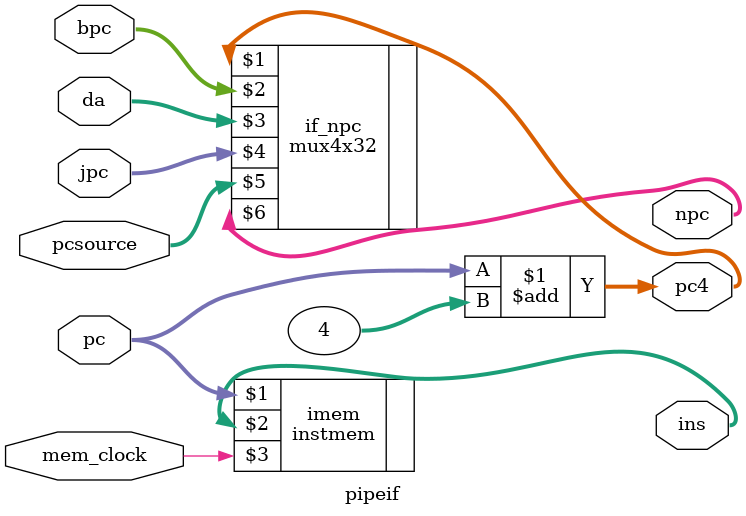
<source format=v>
module pipeif ( pcsource,pc,bpc,da,jpc,npc,pc4,ins,mem_clock );
	input [31:0] pc, bpc, da, jpc;
	input [1:0] pcsource;
	input mem_clock;
	output [31:0] npc, pc4, ins;
	
	wire [31:0] ins;
	
	instmem imem (pc,ins,mem_clock);
	
	assign pc4 = pc + 4;
	mux4x32 if_npc(pc4, bpc, da, jpc, pcsource, npc);
	
endmodule

</source>
